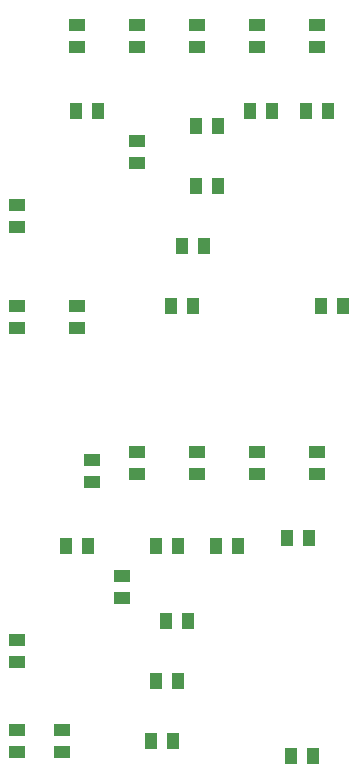
<source format=gtp>
G04*
G04 #@! TF.GenerationSoftware,Altium Limited,Altium Designer,23.11.1 (41)*
G04*
G04 Layer_Color=8421504*
%FSLAX44Y44*%
%MOMM*%
G71*
G04*
G04 #@! TF.SameCoordinates,AAF1C5A6-5E74-48D9-B26A-DA526AD567C4*
G04*
G04*
G04 #@! TF.FilePolarity,Positive*
G04*
G01*
G75*
%ADD13R,1.4500X1.0500*%
%ADD14R,1.0500X1.4500*%
D13*
X279400Y660400D02*
D03*
Y641900D02*
D03*
Y745850D02*
D03*
Y727350D02*
D03*
X330200Y660400D02*
D03*
Y641900D02*
D03*
X381000Y800100D02*
D03*
Y781600D02*
D03*
X330200Y898250D02*
D03*
Y879750D02*
D03*
X381000Y898250D02*
D03*
Y879750D02*
D03*
X431800Y898250D02*
D03*
Y879750D02*
D03*
X482600Y898250D02*
D03*
Y879750D02*
D03*
X533400Y898250D02*
D03*
Y879750D02*
D03*
Y517850D02*
D03*
Y536350D02*
D03*
X482600Y517850D02*
D03*
Y536350D02*
D03*
X317500Y282850D02*
D03*
Y301350D02*
D03*
X431800Y517850D02*
D03*
Y536350D02*
D03*
X279400Y282850D02*
D03*
Y301350D02*
D03*
X368300Y413300D02*
D03*
Y431800D02*
D03*
X381000Y517850D02*
D03*
Y536350D02*
D03*
X279400Y359050D02*
D03*
Y377550D02*
D03*
X342900Y511450D02*
D03*
Y529950D02*
D03*
D14*
X428350Y660400D02*
D03*
X409850D02*
D03*
X437600Y711200D02*
D03*
X419100D02*
D03*
X347850Y825500D02*
D03*
X329350D02*
D03*
X449450Y762000D02*
D03*
X430950D02*
D03*
X449450Y812800D02*
D03*
X430950D02*
D03*
X495300Y825500D02*
D03*
X476800D02*
D03*
X542650D02*
D03*
X524150D02*
D03*
X555350Y660400D02*
D03*
X536850D02*
D03*
X511450Y279400D02*
D03*
X529950D02*
D03*
X508000Y463600D02*
D03*
X526500D02*
D03*
X397150Y342900D02*
D03*
X415650D02*
D03*
X392850Y292100D02*
D03*
X411350D02*
D03*
X447950Y457200D02*
D03*
X466450D02*
D03*
X405550Y393700D02*
D03*
X424050D02*
D03*
X397150Y457200D02*
D03*
X415650D02*
D03*
X320950D02*
D03*
X339450D02*
D03*
M02*

</source>
